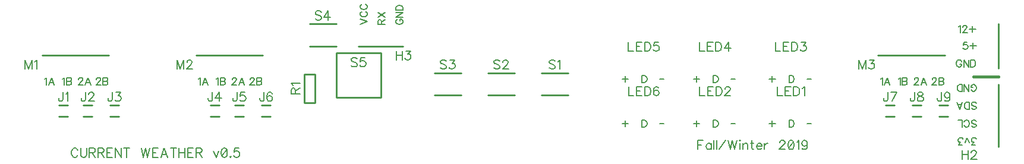
<source format=gbr>
G04 DipTrace 3.3.1.3*
G04 TopSilk.gbr*
%MOIN*%
G04 #@! TF.FileFunction,Legend,Top*
G04 #@! TF.Part,Single*
%ADD10C,0.009843*%
%ADD16C,0.015*%
%ADD52C,0.00772*%
%ADD54C,0.006176*%
%FSLAX26Y26*%
G04*
G70*
G90*
G75*
G01*
G04 TopSilk*
%LPD*%
X643700Y1031202D2*
D10*
X1018700D1*
X1506200D2*
X1881200D1*
X5331200D2*
X5706200D1*
X6006200Y1206188D2*
Y956212D1*
X3143695Y931200D2*
X3293705D1*
X3143695Y806200D2*
X3293705D1*
X2843695Y931200D2*
X2993705D1*
X2843695Y806200D2*
X2993705D1*
X2143695Y1206200D2*
X2293705D1*
X2143695Y1081200D2*
X2293705D1*
X1024949Y687450D2*
X1074950D1*
Y749950D2*
X1024949D1*
X874949Y687450D2*
X924950D1*
Y749950D2*
X874949D1*
X787451D2*
X737450D1*
Y687450D2*
X787451D1*
X1874949D2*
X1924950D1*
Y749950D2*
X1874949D1*
X1724949Y687450D2*
X1774950D1*
Y749950D2*
X1724949D1*
X1637451D2*
X1587450D1*
Y687450D2*
X1637451D1*
X5674949D2*
X5724950D1*
Y749950D2*
X5674949D1*
X5524949Y687450D2*
X5574950D1*
Y749950D2*
X5524949D1*
X5374949Y687450D2*
X5424950D1*
Y749950D2*
X5374949D1*
X6006193Y518707D2*
Y868713D1*
X3443695Y931200D2*
X3593705D1*
X3443695Y806200D2*
X3593705D1*
X2418695Y1081191D2*
X2668690D1*
X2173700Y923850D2*
X2113700D1*
X2173700Y763550D2*
Y923850D1*
Y763550D2*
X2113700D1*
Y923850D1*
X2543694Y793700D2*
X2293706D1*
Y1043700D1*
X2543694D1*
Y793700D1*
X5868700Y912451D2*
D16*
X6006200D1*
X586607Y954185D2*
D52*
Y1004425D1*
X567484Y954185D1*
X548360Y1004425D1*
Y954185D1*
X602046Y994808D2*
X606855Y997240D1*
X614040Y1004370D1*
Y954185D1*
X1438357D2*
Y1004425D1*
X1419234Y954185D1*
X1400110Y1004425D1*
Y954185D1*
X1456228Y992432D2*
Y994808D1*
X1458605Y999617D1*
X1460981Y1001993D1*
X1465790Y1004370D1*
X1475351D1*
X1480105Y1001993D1*
X1482481Y999617D1*
X1484913Y994808D1*
Y990055D1*
X1482481Y985247D1*
X1477728Y978117D1*
X1453796Y954185D1*
X1487290D1*
X5263357D2*
Y1004425D1*
X5244234Y954185D1*
X5225110Y1004425D1*
Y954185D1*
X5283605Y1004370D2*
X5309858D1*
X5295543Y985247D1*
X5302728D1*
X5307481Y982870D1*
X5309858Y980493D1*
X5312290Y973308D1*
Y968555D1*
X5309858Y961370D1*
X5305105Y956562D1*
X5297919Y954185D1*
X5290734D1*
X5283605Y956562D1*
X5281228Y958993D1*
X5278796Y963747D1*
X3210980Y997238D2*
X3206227Y1002046D1*
X3199042Y1004423D1*
X3189481D1*
X3182295Y1002046D1*
X3177487Y997238D1*
Y992485D1*
X3179919Y987676D1*
X3182295Y985300D1*
X3187049Y982923D1*
X3201419Y978115D1*
X3206227Y975738D1*
X3208604Y973306D1*
X3210980Y968553D1*
Y961368D1*
X3206227Y956615D1*
X3199042Y954183D1*
X3189481D1*
X3182295Y956615D1*
X3177487Y961368D1*
X3228851Y992430D2*
Y994806D1*
X3231228Y999615D1*
X3233605Y1001991D1*
X3238413Y1004368D1*
X3247975D1*
X3252728Y1001991D1*
X3255105Y999615D1*
X3257536Y994806D1*
Y990053D1*
X3255105Y985245D1*
X3250351Y978115D1*
X3226420Y954183D1*
X3259913D1*
X2910980Y997238D2*
X2906227Y1002046D1*
X2899042Y1004423D1*
X2889481D1*
X2882295Y1002046D1*
X2877487Y997238D1*
Y992485D1*
X2879919Y987676D1*
X2882295Y985300D1*
X2887049Y982923D1*
X2901419Y978115D1*
X2906227Y975738D1*
X2908604Y973306D1*
X2910980Y968553D1*
Y961368D1*
X2906227Y956615D1*
X2899042Y954183D1*
X2889481D1*
X2882295Y956615D1*
X2877487Y961368D1*
X2931228Y1004368D2*
X2957481D1*
X2943166Y985245D1*
X2950351D1*
X2955105Y982868D1*
X2957481Y980491D1*
X2959913Y973306D1*
Y968553D1*
X2957481Y961368D1*
X2952728Y956560D1*
X2945543Y954183D1*
X2938358D1*
X2931228Y956560D1*
X2928851Y958992D1*
X2926420Y963745D1*
X2209792Y1272238D2*
X2205039Y1277046D1*
X2197854Y1279423D1*
X2188292D1*
X2181107Y1277046D1*
X2176299Y1272238D1*
Y1267485D1*
X2178731Y1262676D1*
X2181107Y1260300D1*
X2185860Y1257923D1*
X2200230Y1253115D1*
X2205039Y1250738D1*
X2207415Y1248306D1*
X2209792Y1243553D1*
Y1236368D1*
X2205039Y1231615D1*
X2197854Y1229183D1*
X2188292D1*
X2181107Y1231615D1*
X2176299Y1236368D1*
X2249163Y1229183D2*
Y1279368D1*
X2225231Y1245930D1*
X2261101D1*
X1037449Y823173D2*
Y784927D1*
X1035072Y777742D1*
X1032640Y775365D1*
X1027887Y772933D1*
X1023079D1*
X1018326Y775365D1*
X1015949Y777742D1*
X1013517Y784927D1*
Y789680D1*
X1057697Y823118D2*
X1083950D1*
X1069635Y803995D1*
X1076820D1*
X1081573Y801618D1*
X1083950Y799241D1*
X1086381Y792056D1*
Y787303D1*
X1083950Y780118D1*
X1079196Y775310D1*
X1072011Y772933D1*
X1064826D1*
X1057697Y775310D1*
X1055320Y777742D1*
X1052888Y782495D1*
X887449Y823173D2*
Y784927D1*
X885072Y777742D1*
X882640Y775365D1*
X877887Y772933D1*
X873079D1*
X868326Y775365D1*
X865949Y777742D1*
X863517Y784927D1*
Y789680D1*
X905320Y811180D2*
Y813556D1*
X907697Y818365D1*
X910073Y820741D1*
X914882Y823118D1*
X924443D1*
X929196Y820741D1*
X931573Y818365D1*
X934005Y813556D1*
Y808803D1*
X931573Y803995D1*
X926820Y796865D1*
X902888Y772933D1*
X936381D1*
X760700Y823173D2*
Y784927D1*
X758324Y777742D1*
X755892Y775365D1*
X751139Y772933D1*
X746330D1*
X741577Y775365D1*
X739200Y777742D1*
X736768Y784927D1*
Y789680D1*
X776139Y813556D2*
X780948Y815988D1*
X788133Y823118D1*
Y772933D1*
X1888665Y823173D2*
Y784927D1*
X1886288Y777742D1*
X1883856Y775365D1*
X1879103Y772933D1*
X1874295D1*
X1869542Y775365D1*
X1867165Y777742D1*
X1864733Y784927D1*
Y789680D1*
X1932789Y815988D2*
X1930412Y820741D1*
X1923227Y823118D1*
X1918474D1*
X1911289Y820741D1*
X1906481Y813556D1*
X1904104Y801618D1*
Y789680D1*
X1906481Y780118D1*
X1911289Y775310D1*
X1918474Y772933D1*
X1920851D1*
X1927981Y775310D1*
X1932789Y780118D1*
X1935166Y787303D1*
Y789680D1*
X1932789Y796865D1*
X1927981Y801618D1*
X1920851Y803995D1*
X1918474D1*
X1911289Y801618D1*
X1906481Y796865D1*
X1904104Y789680D1*
X1737449Y823173D2*
Y784927D1*
X1735072Y777742D1*
X1732640Y775365D1*
X1727887Y772933D1*
X1723079D1*
X1718326Y775365D1*
X1715949Y777742D1*
X1713517Y784927D1*
Y789680D1*
X1781573Y823118D2*
X1757697D1*
X1755320Y801618D1*
X1757697Y803995D1*
X1764882Y806426D1*
X1772011D1*
X1779196Y803995D1*
X1784005Y799241D1*
X1786381Y792056D1*
Y787303D1*
X1784005Y780118D1*
X1779196Y775310D1*
X1772011Y772933D1*
X1764882D1*
X1757697Y775310D1*
X1755320Y777742D1*
X1752888Y782495D1*
X1598762Y823173D2*
Y784927D1*
X1596385Y777742D1*
X1593953Y775365D1*
X1589200Y772933D1*
X1584392D1*
X1579639Y775365D1*
X1577262Y777742D1*
X1574830Y784927D1*
Y789680D1*
X1638133Y772933D2*
Y823118D1*
X1614201Y789680D1*
X1650071D1*
X5688637Y823173D2*
Y784927D1*
X5686261Y777742D1*
X5683829Y775365D1*
X5679076Y772933D1*
X5674267D1*
X5669514Y775365D1*
X5667137Y777742D1*
X5664705Y784927D1*
Y789680D1*
X5735193Y806426D2*
X5732761Y799241D1*
X5728008Y794433D1*
X5720823Y792056D1*
X5718447D1*
X5711261Y794433D1*
X5706508Y799241D1*
X5704076Y806426D1*
Y808803D1*
X5706508Y815988D1*
X5711261Y820741D1*
X5718447Y823118D1*
X5720823D1*
X5728008Y820741D1*
X5732761Y815988D1*
X5735193Y806426D1*
Y794433D1*
X5732761Y782495D1*
X5728008Y775310D1*
X5720823Y772933D1*
X5716070D1*
X5708885Y775310D1*
X5706508Y780118D1*
X5537477Y823173D2*
Y784927D1*
X5535100Y777742D1*
X5532668Y775365D1*
X5527915Y772933D1*
X5523106D1*
X5518353Y775365D1*
X5515977Y777742D1*
X5513545Y784927D1*
Y789680D1*
X5564854Y823118D2*
X5557724Y820741D1*
X5555292Y815988D1*
Y811180D1*
X5557724Y806426D1*
X5562477Y803995D1*
X5572039Y801618D1*
X5579224Y799241D1*
X5583977Y794433D1*
X5586354Y789680D1*
Y782495D1*
X5583977Y777742D1*
X5581601Y775310D1*
X5574416Y772933D1*
X5564854D1*
X5557724Y775310D1*
X5555292Y777742D1*
X5552916Y782495D1*
Y789680D1*
X5555292Y794433D1*
X5560101Y799241D1*
X5567231Y801618D1*
X5576792Y803995D1*
X5581601Y806426D1*
X5583977Y811180D1*
Y815988D1*
X5581601Y820741D1*
X5574416Y823118D1*
X5564854D1*
X5387449Y823173D2*
Y784927D1*
X5385072Y777742D1*
X5382640Y775365D1*
X5377887Y772933D1*
X5373079D1*
X5368326Y775365D1*
X5365949Y777742D1*
X5363517Y784927D1*
Y789680D1*
X5412450Y772933D2*
X5436381Y823118D1*
X5402888D1*
X5803676Y497075D2*
Y446835D1*
X5837169Y497075D2*
Y446835D1*
X5803676Y473144D2*
X5837169D1*
X5855040Y485082D2*
Y487458D1*
X5857417Y492267D1*
X5859794Y494643D1*
X5864602Y497020D1*
X5874164D1*
X5878917Y494643D1*
X5881293Y492267D1*
X5883725Y487458D1*
Y482705D1*
X5881293Y477897D1*
X5876540Y470767D1*
X5852609Y446835D1*
X5886102D1*
X3521730Y997238D2*
X3516977Y1002046D1*
X3509792Y1004423D1*
X3500230D1*
X3493045Y1002046D1*
X3488237Y997238D1*
Y992485D1*
X3490669Y987676D1*
X3493045Y985300D1*
X3497799Y982923D1*
X3512169Y978115D1*
X3516977Y975738D1*
X3519354Y973306D1*
X3521730Y968553D1*
Y961368D1*
X3516977Y956615D1*
X3509792Y954183D1*
X3500230D1*
X3493045Y956615D1*
X3488237Y961368D1*
X3537170Y994806D2*
X3541978Y997238D1*
X3549163Y1004368D1*
Y954183D1*
X2630071Y1055791D2*
Y1005551D1*
X2663564Y1055791D2*
Y1005551D1*
X2630071Y1031859D2*
X2663564D1*
X2683812Y1055736D2*
X2710065D1*
X2695750Y1036613D1*
X2702935D1*
X2707689Y1034236D1*
X2710065Y1031859D1*
X2712497Y1024674D1*
Y1019921D1*
X2710065Y1012736D1*
X2705312Y1007928D1*
X2698127Y1005551D1*
X2690942D1*
X2683812Y1007928D1*
X2681435Y1010360D1*
X2679004Y1015113D1*
X2064409Y813237D2*
Y834737D1*
X2061977Y841922D1*
X2059600Y844354D1*
X2054847Y846730D1*
X2050039D1*
X2045285Y844354D1*
X2042854Y841922D1*
X2040477Y834737D1*
Y813237D1*
X2090717D1*
X2064409Y829984D2*
X2090717Y846730D1*
X2050094Y862170D2*
X2047662Y866978D1*
X2040532Y874163D1*
X2090717D1*
X2410980Y1009738D2*
X2406227Y1014546D1*
X2399042Y1016923D1*
X2389481D1*
X2382295Y1014546D1*
X2377487Y1009738D1*
Y1004985D1*
X2379919Y1000176D1*
X2382295Y997800D1*
X2387049Y995423D1*
X2401419Y990615D1*
X2406227Y988238D1*
X2408604Y985806D1*
X2410980Y981053D1*
Y973868D1*
X2406227Y969115D1*
X2399042Y966683D1*
X2389481D1*
X2382295Y969115D1*
X2377487Y973868D1*
X2455105Y1016868D2*
X2431228D1*
X2428851Y995368D1*
X2431228Y997745D1*
X2438413Y1000176D1*
X2445543D1*
X2452728Y997745D1*
X2457536Y992991D1*
X2459913Y985806D1*
Y981053D1*
X2457536Y973868D1*
X2452728Y969060D1*
X2445543Y966683D1*
X2438413D1*
X2431228Y969060D1*
X2428851Y971492D1*
X2426420Y976245D1*
X4767925Y854423D2*
Y804183D1*
X4796609D1*
X4843110Y854423D2*
X4812049D1*
Y804183D1*
X4843110D1*
X4812049Y830491D2*
X4831172D1*
X4858549Y854423D2*
Y804183D1*
X4875296D1*
X4882481Y806615D1*
X4887290Y811368D1*
X4889666Y816177D1*
X4892043Y823306D1*
Y835300D1*
X4889666Y842485D1*
X4887290Y847238D1*
X4882481Y852046D1*
X4875296Y854423D1*
X4858549D1*
X4907482Y844806D2*
X4912290Y847238D1*
X4919475Y854368D1*
Y804183D1*
X4332175Y854423D2*
Y804183D1*
X4360859D1*
X4407360Y854423D2*
X4376299D1*
Y804183D1*
X4407360D1*
X4376299Y830491D2*
X4395422D1*
X4422799Y854423D2*
Y804183D1*
X4439546D1*
X4446731Y806615D1*
X4451540Y811368D1*
X4453916Y816177D1*
X4456293Y823306D1*
Y835300D1*
X4453916Y842485D1*
X4451540Y847238D1*
X4446731Y852046D1*
X4439546Y854423D1*
X4422799D1*
X4474164Y842430D2*
Y844806D1*
X4476541Y849615D1*
X4478917Y851991D1*
X4483726Y854368D1*
X4493287D1*
X4498040Y851991D1*
X4500417Y849615D1*
X4502849Y844806D1*
Y840053D1*
X4500417Y835245D1*
X4495664Y828115D1*
X4471732Y804183D1*
X4505225D1*
X4757175Y1104423D2*
Y1054183D1*
X4785859D1*
X4832360Y1104423D2*
X4801299D1*
Y1054183D1*
X4832360D1*
X4801299Y1080491D2*
X4820422D1*
X4847799Y1104423D2*
Y1054183D1*
X4864546D1*
X4871731Y1056615D1*
X4876540Y1061368D1*
X4878916Y1066177D1*
X4881293Y1073306D1*
Y1085300D1*
X4878916Y1092485D1*
X4876540Y1097238D1*
X4871731Y1102046D1*
X4864546Y1104423D1*
X4847799D1*
X4901541Y1104368D2*
X4927794D1*
X4913479Y1085245D1*
X4920664D1*
X4925417Y1082868D1*
X4927794Y1080491D1*
X4930225Y1073306D1*
Y1068553D1*
X4927794Y1061368D1*
X4923040Y1056560D1*
X4915855Y1054183D1*
X4908670D1*
X4901541Y1056560D1*
X4899164Y1058992D1*
X4896732Y1063745D1*
X4330986Y1104423D2*
Y1054183D1*
X4359671D1*
X4406172Y1104423D2*
X4375110D1*
Y1054183D1*
X4406172D1*
X4375110Y1080491D2*
X4394234D1*
X4421611Y1104423D2*
Y1054183D1*
X4438358D1*
X4445543Y1056615D1*
X4450351Y1061368D1*
X4452728Y1066177D1*
X4455105Y1073306D1*
Y1085300D1*
X4452728Y1092485D1*
X4450351Y1097238D1*
X4445543Y1102046D1*
X4438358Y1104423D1*
X4421611D1*
X4494475Y1054183D2*
Y1104368D1*
X4470544Y1070930D1*
X4506414D1*
X3932175Y1104423D2*
Y1054183D1*
X3960859D1*
X4007360Y1104423D2*
X3976299D1*
Y1054183D1*
X4007360D1*
X3976299Y1080491D2*
X3995422D1*
X4022799Y1104423D2*
Y1054183D1*
X4039546D1*
X4046731Y1056615D1*
X4051540Y1061368D1*
X4053916Y1066177D1*
X4056293Y1073306D1*
Y1085300D1*
X4053916Y1092485D1*
X4051540Y1097238D1*
X4046731Y1102046D1*
X4039546Y1104423D1*
X4022799D1*
X4100417Y1104368D2*
X4076541D1*
X4074164Y1082868D1*
X4076541Y1085245D1*
X4083726Y1087676D1*
X4090855D1*
X4098040Y1085245D1*
X4102849Y1080491D1*
X4105225Y1073306D1*
Y1068553D1*
X4102849Y1061368D1*
X4098040Y1056560D1*
X4090855Y1054183D1*
X4083726D1*
X4076541Y1056560D1*
X4074164Y1058992D1*
X4071732Y1063745D1*
X3933391Y854423D2*
Y804183D1*
X3962075D1*
X4008576Y854423D2*
X3977515D1*
Y804183D1*
X4008576D1*
X3977515Y830491D2*
X3996638D1*
X4024015Y854423D2*
Y804183D1*
X4040762D1*
X4047947Y806615D1*
X4052756Y811368D1*
X4055132Y816177D1*
X4057509Y823306D1*
Y835300D1*
X4055132Y842485D1*
X4052756Y847238D1*
X4047947Y852046D1*
X4040762Y854423D1*
X4024015D1*
X4101633Y847238D2*
X4099256Y851991D1*
X4092071Y854368D1*
X4087318D1*
X4080133Y851991D1*
X4075325Y844806D1*
X4072948Y832868D1*
Y820930D1*
X4075325Y811368D1*
X4080133Y806560D1*
X4087318Y804183D1*
X4089695D1*
X4096824Y806560D1*
X4101633Y811368D1*
X4104009Y818553D1*
Y820930D1*
X4101633Y828115D1*
X4096824Y832868D1*
X4089695Y835245D1*
X4087318D1*
X4080133Y832868D1*
X4075325Y828115D1*
X4072948Y820930D1*
X844461Y497522D2*
X842084Y502275D1*
X837276Y507084D1*
X832522Y509460D1*
X822961D1*
X818152Y507084D1*
X813399Y502275D1*
X810967Y497522D1*
X808591Y490337D1*
Y478344D1*
X810967Y471214D1*
X813399Y466406D1*
X818152Y461652D1*
X822961Y459220D1*
X832522D1*
X837276Y461652D1*
X842084Y466406D1*
X844461Y471214D1*
X859900Y509460D2*
Y473591D1*
X862276Y466406D1*
X867085Y461652D1*
X874270Y459220D1*
X879023D1*
X886208Y461652D1*
X891017Y466406D1*
X893393Y473591D1*
Y509460D1*
X908832Y485529D2*
X930332D1*
X937517Y487961D1*
X939949Y490337D1*
X942326Y495090D1*
Y499899D1*
X939949Y504652D1*
X937517Y507084D1*
X930332Y509460D1*
X908832D1*
Y459220D1*
X925579Y485529D2*
X942326Y459220D1*
X957765Y485529D2*
X979265D1*
X986450Y487961D1*
X988882Y490337D1*
X991258Y495090D1*
Y499899D1*
X988882Y504652D1*
X986450Y507084D1*
X979265Y509460D1*
X957765D1*
Y459220D1*
X974512Y485529D2*
X991258Y459220D1*
X1037759Y509460D2*
X1006698D1*
Y459220D1*
X1037759D1*
X1006698Y485529D2*
X1025821D1*
X1086692Y509460D2*
Y459220D1*
X1053198Y509460D1*
Y459220D1*
X1118878Y509460D2*
Y459220D1*
X1102131Y509460D2*
X1135624D1*
X1199664D2*
X1211658Y459220D1*
X1223596Y509460D1*
X1235534Y459220D1*
X1247528Y509460D1*
X1294029D2*
X1262967D1*
Y459220D1*
X1294029D1*
X1262967Y485529D2*
X1282090D1*
X1347770Y459220D2*
X1328591Y509460D1*
X1309468Y459220D1*
X1316653Y475967D2*
X1340585D1*
X1379956Y509460D2*
Y459220D1*
X1363209Y509460D2*
X1396702D1*
X1412141D2*
Y459220D1*
X1445635Y509460D2*
Y459220D1*
X1412141Y485529D2*
X1445635D1*
X1492136Y509460D2*
X1461074D1*
Y459220D1*
X1492136D1*
X1461074Y485529D2*
X1480197D1*
X1507575D2*
X1529075D1*
X1536260Y487961D1*
X1538691Y490337D1*
X1541068Y495090D1*
Y499899D1*
X1538691Y504652D1*
X1536260Y507084D1*
X1529075Y509460D1*
X1507575D1*
Y459220D1*
X1524321Y485529D2*
X1541068Y459220D1*
X1605108Y492714D2*
X1619478Y459220D1*
X1633793Y492714D1*
X1663603Y509405D2*
X1656417Y507029D1*
X1651609Y499844D1*
X1649232Y487905D1*
Y480720D1*
X1651609Y468782D1*
X1656417Y461597D1*
X1663603Y459220D1*
X1668356D1*
X1675541Y461597D1*
X1680294Y468782D1*
X1682726Y480720D1*
Y487905D1*
X1680294Y499844D1*
X1675541Y507029D1*
X1668356Y509405D1*
X1663603D1*
X1680294Y499844D2*
X1651609Y468782D1*
X1700542Y464029D2*
X1698165Y461597D1*
X1700542Y459220D1*
X1702973Y461597D1*
X1700542Y464029D1*
X1747098Y509405D2*
X1723221D1*
X1720845Y487905D1*
X1723221Y490282D1*
X1730406Y492714D1*
X1737536D1*
X1744721Y490282D1*
X1749529Y485529D1*
X1751906Y478344D1*
Y473591D1*
X1749529Y466406D1*
X1744721Y461597D1*
X1737536Y459220D1*
X1730406D1*
X1723221Y461597D1*
X1720845Y464029D1*
X1718413Y468782D1*
X4352207Y553210D2*
X4321090D1*
Y502970D1*
Y529279D2*
X4340213D1*
X4396331Y536464D2*
Y502970D1*
Y529279D2*
X4391578Y534087D1*
X4386769Y536464D1*
X4379639D1*
X4374831Y534087D1*
X4370078Y529279D1*
X4367646Y522094D1*
Y517341D1*
X4370078Y510156D1*
X4374831Y505402D1*
X4379639Y502970D1*
X4386769D1*
X4391578Y505402D1*
X4396331Y510156D1*
X4411770Y553210D2*
Y502970D1*
X4427209Y553210D2*
Y502970D1*
X4442649D2*
X4476142Y553155D1*
X4491581Y553210D2*
X4503575Y502970D1*
X4515513Y553210D1*
X4527451Y502970D1*
X4539445Y553210D1*
X4554884D2*
X4557260Y550834D1*
X4559692Y553210D1*
X4557260Y555642D1*
X4554884Y553210D1*
X4557260Y536464D2*
Y502970D1*
X4575132Y536464D2*
Y502970D1*
Y526902D2*
X4582317Y534087D1*
X4587125Y536464D1*
X4594255D1*
X4599063Y534087D1*
X4601440Y526902D1*
Y502970D1*
X4624064Y553210D2*
Y512532D1*
X4626441Y505402D1*
X4631249Y502970D1*
X4636002D1*
X4616879Y536464D2*
X4633626D1*
X4651442Y522094D2*
X4680126D1*
Y526902D1*
X4677750Y531711D1*
X4675373Y534087D1*
X4670565Y536464D1*
X4663380D1*
X4658627Y534087D1*
X4653818Y529279D1*
X4651442Y522094D1*
Y517341D1*
X4653818Y510156D1*
X4658627Y505402D1*
X4663380Y502970D1*
X4670565D1*
X4675373Y505402D1*
X4680126Y510156D1*
X4695566Y536464D2*
Y502970D1*
Y522094D2*
X4697998Y529279D1*
X4702751Y534087D1*
X4707559Y536464D1*
X4714744D1*
X4781216Y541217D2*
Y543594D1*
X4783593Y548402D1*
X4785970Y550779D1*
X4790778Y553155D1*
X4800340D1*
X4805093Y550779D1*
X4807469Y548402D1*
X4809901Y543594D1*
Y538840D1*
X4807469Y534032D1*
X4802716Y526902D1*
X4778784Y502970D1*
X4812278D1*
X4842087Y553155D2*
X4834902Y550779D1*
X4830094Y543594D1*
X4827717Y531655D1*
Y524470D1*
X4830094Y512532D1*
X4834902Y505347D1*
X4842087Y502970D1*
X4846840D1*
X4854025Y505347D1*
X4858779Y512532D1*
X4861210Y524470D1*
Y531655D1*
X4858779Y543594D1*
X4854025Y550779D1*
X4846840Y553155D1*
X4842087D1*
X4858779Y543594D2*
X4830094Y512532D1*
X4876650Y543594D2*
X4881458Y546025D1*
X4888643Y553155D1*
Y502970D1*
X4935199Y536464D2*
X4932767Y529279D1*
X4928014Y524470D1*
X4920829Y522094D1*
X4918452D1*
X4911267Y524470D1*
X4906514Y529279D1*
X4904082Y536464D1*
Y538840D1*
X4906514Y546025D1*
X4911267Y550779D1*
X4918452Y553155D1*
X4920829D1*
X4928014Y550779D1*
X4932767Y546025D1*
X4935199Y536464D1*
Y524470D1*
X4932767Y512532D1*
X4928014Y505347D1*
X4920829Y502970D1*
X4916076D1*
X4908891Y505347D1*
X4906514Y510156D1*
X659275Y897434D2*
D54*
X663122Y899380D1*
X668870Y905084D1*
Y864936D1*
X711863D2*
X696520Y905128D1*
X681222Y864936D1*
X686970Y878333D2*
X706115D1*
X759288Y897434D2*
X763135Y899380D1*
X768883Y905084D1*
Y864936D1*
X781234Y905128D2*
Y864936D1*
X798478D1*
X804226Y866881D1*
X806127Y868783D1*
X808029Y872585D1*
Y878333D1*
X806127Y882180D1*
X804226Y884081D1*
X798478Y885983D1*
X804226Y887928D1*
X806127Y889829D1*
X808029Y893632D1*
Y897479D1*
X806127Y901281D1*
X804226Y903227D1*
X798478Y905128D1*
X781234D1*
Y885983D2*
X798478D1*
X848721Y895533D2*
Y897434D1*
X850622Y901281D1*
X852523Y903183D1*
X856370Y905084D1*
X864019D1*
X867822Y903183D1*
X869723Y901281D1*
X871669Y897434D1*
Y893632D1*
X869723Y889785D1*
X865921Y884081D1*
X846775Y864936D1*
X873570D1*
X916563D2*
X901220Y905128D1*
X885921Y864936D1*
X891669Y878333D2*
X910815D1*
X948733Y895533D2*
Y897434D1*
X950635Y901281D1*
X952536Y903183D1*
X956383Y905084D1*
X964032D1*
X967834Y903183D1*
X969736Y901281D1*
X971681Y897434D1*
Y893632D1*
X969736Y889785D1*
X965933Y884081D1*
X946788Y864936D1*
X973583D1*
X985934Y905128D2*
Y864936D1*
X1003178D1*
X1008926Y866881D1*
X1010827Y868783D1*
X1012729Y872585D1*
Y878333D1*
X1010827Y882180D1*
X1008926Y884081D1*
X1003178Y885983D1*
X1008926Y887928D1*
X1010827Y889829D1*
X1012729Y893632D1*
Y897479D1*
X1010827Y901281D1*
X1008926Y903227D1*
X1003178Y905128D1*
X985934D1*
Y885983D2*
X1003178D1*
X1521775Y897434D2*
X1525622Y899380D1*
X1531370Y905084D1*
Y864936D1*
X1574363D2*
X1559020Y905128D1*
X1543722Y864936D1*
X1549470Y878333D2*
X1568615D1*
X1621788Y897434D2*
X1625635Y899380D1*
X1631383Y905084D1*
Y864936D1*
X1643734Y905128D2*
Y864936D1*
X1660978D1*
X1666726Y866881D1*
X1668627Y868783D1*
X1670529Y872585D1*
Y878333D1*
X1668627Y882180D1*
X1666726Y884081D1*
X1660978Y885983D1*
X1666726Y887928D1*
X1668627Y889829D1*
X1670529Y893632D1*
Y897479D1*
X1668627Y901281D1*
X1666726Y903227D1*
X1660978Y905128D1*
X1643734D1*
Y885983D2*
X1660978D1*
X1711221Y895533D2*
Y897434D1*
X1713122Y901281D1*
X1715023Y903183D1*
X1718870Y905084D1*
X1726519D1*
X1730322Y903183D1*
X1732223Y901281D1*
X1734169Y897434D1*
Y893632D1*
X1732223Y889785D1*
X1728421Y884081D1*
X1709275Y864936D1*
X1736070D1*
X1779063D2*
X1763720Y905128D1*
X1748421Y864936D1*
X1754169Y878333D2*
X1773315D1*
X1811233Y895533D2*
Y897434D1*
X1813135Y901281D1*
X1815036Y903183D1*
X1818883Y905084D1*
X1826532D1*
X1830334Y903183D1*
X1832236Y901281D1*
X1834181Y897434D1*
Y893632D1*
X1832236Y889785D1*
X1828433Y884081D1*
X1809288Y864936D1*
X1836083D1*
X1848434Y905128D2*
Y864936D1*
X1865678D1*
X1871426Y866881D1*
X1873327Y868783D1*
X1875229Y872585D1*
Y878333D1*
X1873327Y882180D1*
X1871426Y884081D1*
X1865678Y885983D1*
X1871426Y887928D1*
X1873327Y889829D1*
X1875229Y893632D1*
Y897479D1*
X1873327Y901281D1*
X1871426Y903227D1*
X1865678Y905128D1*
X1848434D1*
Y885983D2*
X1865678D1*
X5346775Y897434D2*
X5350622Y899380D1*
X5356370Y905084D1*
Y864936D1*
X5399363D2*
X5384020Y905128D1*
X5368722Y864936D1*
X5374470Y878333D2*
X5393615D1*
X5446788Y897434D2*
X5450635Y899380D1*
X5456383Y905084D1*
Y864936D1*
X5468734Y905128D2*
Y864936D1*
X5485978D1*
X5491726Y866881D1*
X5493627Y868783D1*
X5495529Y872585D1*
Y878333D1*
X5493627Y882180D1*
X5491726Y884081D1*
X5485978Y885983D1*
X5491726Y887928D1*
X5493627Y889829D1*
X5495529Y893632D1*
Y897479D1*
X5493627Y901281D1*
X5491726Y903227D1*
X5485978Y905128D1*
X5468734D1*
Y885983D2*
X5485978D1*
X5536221Y895533D2*
Y897434D1*
X5538122Y901281D1*
X5540023Y903183D1*
X5543870Y905084D1*
X5551519D1*
X5555322Y903183D1*
X5557223Y901281D1*
X5559169Y897434D1*
Y893632D1*
X5557223Y889785D1*
X5553421Y884081D1*
X5534275Y864936D1*
X5561070D1*
X5604063D2*
X5588720Y905128D1*
X5573421Y864936D1*
X5579169Y878333D2*
X5598315D1*
X5636233Y895533D2*
Y897434D1*
X5638135Y901281D1*
X5640036Y903183D1*
X5643883Y905084D1*
X5651532D1*
X5655334Y903183D1*
X5657236Y901281D1*
X5659181Y897434D1*
Y893632D1*
X5657236Y889785D1*
X5653433Y884081D1*
X5634288Y864936D1*
X5661083D1*
X5673434Y905128D2*
Y864936D1*
X5690678D1*
X5696426Y866881D1*
X5698327Y868783D1*
X5700229Y872585D1*
Y878333D1*
X5698327Y882180D1*
X5696426Y884081D1*
X5690678Y885983D1*
X5696426Y887928D1*
X5698327Y889829D1*
X5700229Y893632D1*
Y897479D1*
X5698327Y901281D1*
X5696426Y903227D1*
X5690678Y905128D1*
X5673434D1*
Y885983D2*
X5690678D1*
X5784292Y1191170D2*
X5788138Y1193115D1*
X5793886Y1198819D1*
Y1158671D1*
X5808183Y1189268D2*
Y1191170D1*
X5810084Y1195016D1*
X5811986Y1196918D1*
X5815833Y1198819D1*
X5823482D1*
X5827284Y1196918D1*
X5829186Y1195016D1*
X5831131Y1191170D1*
Y1187367D1*
X5829186Y1183520D1*
X5825383Y1177816D1*
X5806238Y1158671D1*
X5833032D1*
X5862584Y1195967D2*
Y1161523D1*
X5845384Y1178723D2*
X5879828D1*
X5832247Y1105099D2*
X5813146D1*
X5811245Y1087899D1*
X5813146Y1089800D1*
X5818894Y1091746D1*
X5824598D1*
X5830346Y1089800D1*
X5834192Y1085998D1*
X5836094Y1080250D1*
Y1076447D1*
X5834192Y1070699D1*
X5830346Y1066852D1*
X5824598Y1064951D1*
X5818894D1*
X5813146Y1066852D1*
X5811245Y1068798D1*
X5809299Y1072600D1*
X5865645Y1102247D2*
Y1067803D1*
X5848445Y1085003D2*
X5882889D1*
X5800496Y995575D2*
X5798594Y999378D1*
X5794748Y1003224D1*
X5790945Y1005126D1*
X5783296D1*
X5779449Y1003224D1*
X5775646Y999378D1*
X5773701Y995575D1*
X5771800Y989827D1*
Y980232D1*
X5773701Y974528D1*
X5775646Y970682D1*
X5779449Y966879D1*
X5783296Y964934D1*
X5790945D1*
X5794748Y966879D1*
X5798594Y970682D1*
X5800496Y974528D1*
Y980232D1*
X5790945D1*
X5839642Y1005126D2*
Y964934D1*
X5812847Y1005126D1*
Y964934D1*
X5851993Y1005126D2*
Y964934D1*
X5865390D1*
X5871138Y966879D1*
X5874985Y970682D1*
X5876886Y974528D1*
X5878788Y980232D1*
Y989827D1*
X5876886Y995575D1*
X5874985Y999378D1*
X5871138Y1003224D1*
X5865390Y1005126D1*
X5851993D1*
X5879406Y527832D2*
X5858404D1*
X5869856Y543131D1*
X5864108D1*
X5860305Y545032D1*
X5858404Y546934D1*
X5856458Y552682D1*
Y556484D1*
X5858404Y562232D1*
X5862206Y566079D1*
X5867954Y567980D1*
X5873702D1*
X5879406Y566079D1*
X5881307Y564133D1*
X5883253Y560331D1*
X5844107Y541186D2*
X5832611Y567980D1*
X5821159Y541186D1*
X5804961Y527832D2*
X5783958D1*
X5795410Y543131D1*
X5789662D1*
X5785860Y545032D1*
X5783958Y546934D1*
X5782013Y552682D1*
Y556484D1*
X5783958Y562232D1*
X5787761Y566079D1*
X5793509Y567980D1*
X5799257D1*
X5804961Y566079D1*
X5806862Y564133D1*
X5808808Y560331D1*
X5856458Y733534D2*
X5860261Y729688D1*
X5866009Y727786D1*
X5873658D1*
X5879406Y729688D1*
X5883253Y733534D1*
Y737337D1*
X5881307Y741184D1*
X5879406Y743085D1*
X5875604Y744986D1*
X5864108Y748833D1*
X5860261Y750734D1*
X5858360Y752680D1*
X5856458Y756482D1*
Y762230D1*
X5860261Y766033D1*
X5866009Y767978D1*
X5873658D1*
X5879406Y766033D1*
X5883253Y762230D1*
X5844107Y727786D2*
Y767978D1*
X5830710D1*
X5824962Y766033D1*
X5821115Y762230D1*
X5819214Y758384D1*
X5817312Y752680D1*
Y743085D1*
X5819213Y737337D1*
X5821115Y733534D1*
X5824962Y729688D1*
X5830710Y727786D1*
X5844107D1*
X5774319Y767978D2*
X5789662Y727786D1*
X5804961Y767978D1*
X5799213Y754581D2*
X5780067D1*
X5854557Y837317D2*
X5856458Y833514D1*
X5860305Y829668D1*
X5864108Y827766D1*
X5871757D1*
X5875604Y829668D1*
X5879406Y833514D1*
X5881352Y837317D1*
X5883253Y843065D1*
Y852660D1*
X5881352Y858364D1*
X5879406Y862210D1*
X5875604Y866013D1*
X5871757Y867958D1*
X5864108D1*
X5860305Y866013D1*
X5856458Y862210D1*
X5854557Y858364D1*
Y852660D1*
X5864108D1*
X5815411Y827766D2*
Y867958D1*
X5842206Y827766D1*
Y867958D1*
X5803060Y827766D2*
Y867958D1*
X5789662D1*
X5783914Y866013D1*
X5780067Y862210D1*
X5778166Y858364D1*
X5776265Y852660D1*
Y843065D1*
X5778166Y837317D1*
X5780067Y833514D1*
X5783914Y829668D1*
X5789662Y827766D1*
X5803060D1*
X5856458Y633516D2*
X5860261Y629670D1*
X5866009Y627768D1*
X5873658D1*
X5879406Y629669D1*
X5883253Y633516D1*
Y637319D1*
X5881307Y641166D1*
X5879406Y643067D1*
X5875604Y644968D1*
X5864108Y648815D1*
X5860261Y650716D1*
X5858360Y652662D1*
X5856458Y656464D1*
Y662212D1*
X5860261Y666015D1*
X5866009Y667960D1*
X5873658D1*
X5879406Y666015D1*
X5883253Y662212D1*
X5815411Y637319D2*
X5817312Y633516D1*
X5821159Y629670D1*
X5824961Y627768D1*
X5832611D1*
X5836458Y629670D1*
X5840260Y633516D1*
X5842206Y637319D1*
X5844107Y643067D1*
Y652662D1*
X5842206Y658365D1*
X5840260Y662212D1*
X5836458Y666015D1*
X5832611Y667960D1*
X5824962D1*
X5821159Y666015D1*
X5817312Y662212D1*
X5815411Y658365D1*
X5803060Y627768D2*
Y667960D1*
X5780112D1*
X2637342Y1232842D2*
X2633540Y1230941D1*
X2629693Y1227094D1*
X2627792Y1223291D1*
Y1215642D1*
X2629693Y1211795D1*
X2633540Y1207993D1*
X2637342Y1206047D1*
X2643090Y1204146D1*
X2652685D1*
X2658389Y1206047D1*
X2662236Y1207993D1*
X2666038Y1211795D1*
X2667984Y1215642D1*
Y1223291D1*
X2666038Y1227094D1*
X2662236Y1230940D1*
X2658389Y1232842D1*
X2652685D1*
Y1223291D1*
X2627792Y1271988D2*
X2667984D1*
X2627792Y1245193D1*
X2667984D1*
X2627792Y1284339D2*
X2667984D1*
Y1297736D1*
X2666038Y1303485D1*
X2662236Y1307331D1*
X2658389Y1309233D1*
X2652685Y1311134D1*
X2643090D1*
X2637342Y1309233D1*
X2633540Y1307331D1*
X2629693Y1303485D1*
X2627792Y1297737D1*
Y1284339D1*
X2427779Y1204146D2*
X2467971Y1219444D1*
X2427779Y1234743D1*
X2437329Y1275790D2*
X2433527Y1273889D1*
X2429680Y1270042D1*
X2427779Y1266240D1*
Y1258590D1*
X2429680Y1254744D1*
X2433527Y1250941D1*
X2437329Y1248996D1*
X2443077Y1247094D1*
X2452672D1*
X2458376Y1248996D1*
X2462223Y1250941D1*
X2466025Y1254744D1*
X2467971Y1258590D1*
Y1266240D1*
X2466025Y1270042D1*
X2462223Y1273889D1*
X2458376Y1275790D1*
X2437329Y1316838D2*
X2433527Y1314936D1*
X2429680Y1311090D1*
X2427779Y1307287D1*
Y1299638D1*
X2429680Y1295791D1*
X2433527Y1291988D1*
X2437329Y1290043D1*
X2443077Y1288142D1*
X2452672D1*
X2458376Y1290043D1*
X2462223Y1291988D1*
X2466025Y1295791D1*
X2467971Y1299638D1*
Y1307287D1*
X2466025Y1311090D1*
X2462223Y1314936D1*
X2458376Y1316838D1*
X2546917Y1204146D2*
Y1221346D1*
X2544971Y1227094D1*
X2543070Y1229039D1*
X2539267Y1230941D1*
X2535421D1*
X2531618Y1229039D1*
X2529673Y1227094D1*
X2527771Y1221346D1*
Y1204146D1*
X2567963D1*
X2546917Y1217543D2*
X2567963Y1230940D1*
X2527771Y1243292D2*
X2567963Y1270086D1*
X2527771Y1270087D2*
X2567963Y1243292D1*
X4739000Y664735D2*
Y630291D1*
X4721800Y647491D2*
X4756244D1*
X4834303Y667631D2*
Y627439D1*
X4847700D1*
X4853448Y629385D1*
X4857295Y633187D1*
X4859196Y637034D1*
X4861098Y642738D1*
Y652333D1*
X4859196Y658081D1*
X4857295Y661883D1*
X4853448Y665730D1*
X4847700Y667631D1*
X4834303D1*
X4934293Y647513D2*
X4956401D1*
X4314000Y664735D2*
Y630291D1*
X4296800Y647491D2*
X4331244D1*
X4409303Y667631D2*
Y627439D1*
X4422700D1*
X4428448Y629385D1*
X4432295Y633187D1*
X4434196Y637034D1*
X4436098Y642738D1*
Y652333D1*
X4434196Y658081D1*
X4432295Y661883D1*
X4428448Y665730D1*
X4422700Y667631D1*
X4409303D1*
X4509293Y647513D2*
X4531401D1*
X4739000Y914735D2*
Y880291D1*
X4721800Y897491D2*
X4756244D1*
X4834303Y917631D2*
Y877439D1*
X4847700D1*
X4853448Y879385D1*
X4857295Y883187D1*
X4859196Y887034D1*
X4861098Y892738D1*
Y902333D1*
X4859196Y908081D1*
X4857295Y911883D1*
X4853448Y915730D1*
X4847700Y917631D1*
X4834303D1*
X4934293Y897513D2*
X4956401D1*
X4314000Y914735D2*
Y880291D1*
X4296800Y897491D2*
X4331244D1*
X4409303Y917631D2*
Y877439D1*
X4422700D1*
X4428448Y879385D1*
X4432295Y883187D1*
X4434196Y887034D1*
X4436098Y892738D1*
Y902333D1*
X4434196Y908081D1*
X4432295Y911883D1*
X4428448Y915730D1*
X4422700Y917631D1*
X4409303D1*
X4509293Y897513D2*
X4531401D1*
X3914000Y914735D2*
Y880291D1*
X3896800Y897491D2*
X3931244D1*
X4009303Y917631D2*
Y877439D1*
X4022700D1*
X4028448Y879385D1*
X4032295Y883187D1*
X4034196Y887034D1*
X4036098Y892738D1*
Y902333D1*
X4034196Y908081D1*
X4032295Y911883D1*
X4028448Y915730D1*
X4022700Y917631D1*
X4009303D1*
X4109293Y897513D2*
X4131401D1*
X3914000Y664735D2*
Y630291D1*
X3896800Y647491D2*
X3931244D1*
X4009303Y667631D2*
Y627439D1*
X4022700D1*
X4028448Y629385D1*
X4032295Y633187D1*
X4034196Y637034D1*
X4036098Y642738D1*
Y652333D1*
X4034196Y658081D1*
X4032295Y661883D1*
X4028448Y665730D1*
X4022700Y667631D1*
X4009303D1*
X4109293Y647513D2*
X4131401D1*
M02*

</source>
